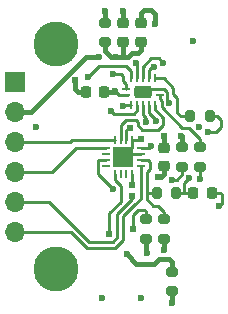
<source format=gbr>
%TF.GenerationSoftware,KiCad,Pcbnew,8.0.6-8.0.6-0~ubuntu24.04.1*%
%TF.CreationDate,2024-12-03T19:51:47-08:00*%
%TF.ProjectId,mag-encoder,6d61672d-656e-4636-9f64-65722e6b6963,4*%
%TF.SameCoordinates,Original*%
%TF.FileFunction,Copper,L4,Bot*%
%TF.FilePolarity,Positive*%
%FSLAX46Y46*%
G04 Gerber Fmt 4.6, Leading zero omitted, Abs format (unit mm)*
G04 Created by KiCad (PCBNEW 8.0.6-8.0.6-0~ubuntu24.04.1) date 2024-12-03 19:51:47*
%MOMM*%
%LPD*%
G01*
G04 APERTURE LIST*
G04 Aperture macros list*
%AMRoundRect*
0 Rectangle with rounded corners*
0 $1 Rounding radius*
0 $2 $3 $4 $5 $6 $7 $8 $9 X,Y pos of 4 corners*
0 Add a 4 corners polygon primitive as box body*
4,1,4,$2,$3,$4,$5,$6,$7,$8,$9,$2,$3,0*
0 Add four circle primitives for the rounded corners*
1,1,$1+$1,$2,$3*
1,1,$1+$1,$4,$5*
1,1,$1+$1,$6,$7*
1,1,$1+$1,$8,$9*
0 Add four rect primitives between the rounded corners*
20,1,$1+$1,$2,$3,$4,$5,0*
20,1,$1+$1,$4,$5,$6,$7,0*
20,1,$1+$1,$6,$7,$8,$9,0*
20,1,$1+$1,$8,$9,$2,$3,0*%
G04 Aperture macros list end*
%TA.AperFunction,ComponentPad*%
%ADD10C,3.810000*%
%TD*%
%TA.AperFunction,ComponentPad*%
%ADD11R,1.700000X1.700000*%
%TD*%
%TA.AperFunction,ComponentPad*%
%ADD12O,1.700000X1.700000*%
%TD*%
%TA.AperFunction,SMDPad,CuDef*%
%ADD13RoundRect,0.200000X-0.275000X0.200000X-0.275000X-0.200000X0.275000X-0.200000X0.275000X0.200000X0*%
%TD*%
%TA.AperFunction,SMDPad,CuDef*%
%ADD14RoundRect,0.225000X0.250000X-0.225000X0.250000X0.225000X-0.250000X0.225000X-0.250000X-0.225000X0*%
%TD*%
%TA.AperFunction,SMDPad,CuDef*%
%ADD15RoundRect,0.225000X-0.250000X0.225000X-0.250000X-0.225000X0.250000X-0.225000X0.250000X0.225000X0*%
%TD*%
%TA.AperFunction,SMDPad,CuDef*%
%ADD16RoundRect,0.050000X0.250000X0.075000X-0.250000X0.075000X-0.250000X-0.075000X0.250000X-0.075000X0*%
%TD*%
%TA.AperFunction,SMDPad,CuDef*%
%ADD17RoundRect,0.050000X-0.075000X0.250000X-0.075000X-0.250000X0.075000X-0.250000X0.075000X0.250000X0*%
%TD*%
%TA.AperFunction,SMDPad,CuDef*%
%ADD18RoundRect,0.200000X-0.550000X0.300000X-0.550000X-0.300000X0.550000X-0.300000X0.550000X0.300000X0*%
%TD*%
%TA.AperFunction,SMDPad,CuDef*%
%ADD19RoundRect,0.225000X0.225000X0.250000X-0.225000X0.250000X-0.225000X-0.250000X0.225000X-0.250000X0*%
%TD*%
%TA.AperFunction,SMDPad,CuDef*%
%ADD20RoundRect,0.200000X0.275000X-0.200000X0.275000X0.200000X-0.275000X0.200000X-0.275000X-0.200000X0*%
%TD*%
%TA.AperFunction,SMDPad,CuDef*%
%ADD21RoundRect,0.225000X-0.225000X-0.250000X0.225000X-0.250000X0.225000X0.250000X-0.225000X0.250000X0*%
%TD*%
%TA.AperFunction,SMDPad,CuDef*%
%ADD22RoundRect,0.200000X-0.200000X-0.275000X0.200000X-0.275000X0.200000X0.275000X-0.200000X0.275000X0*%
%TD*%
%TA.AperFunction,SMDPad,CuDef*%
%ADD23RoundRect,0.062500X-0.287500X-0.062500X0.287500X-0.062500X0.287500X0.062500X-0.287500X0.062500X0*%
%TD*%
%TA.AperFunction,SMDPad,CuDef*%
%ADD24RoundRect,0.062500X-0.062500X-0.287500X0.062500X-0.287500X0.062500X0.287500X-0.062500X0.287500X0*%
%TD*%
%TA.AperFunction,HeatsinkPad*%
%ADD25R,1.700000X1.700000*%
%TD*%
%TA.AperFunction,ViaPad*%
%ADD26C,0.600000*%
%TD*%
%TA.AperFunction,ViaPad*%
%ADD27C,0.609600*%
%TD*%
%TA.AperFunction,ViaPad*%
%ADD28C,0.500000*%
%TD*%
%TA.AperFunction,Conductor*%
%ADD29C,0.381000*%
%TD*%
%TA.AperFunction,Conductor*%
%ADD30C,0.254000*%
%TD*%
G04 APERTURE END LIST*
D10*
%TO.P,H1,*%
%TO.N,*%
X224840800Y-114046000D03*
%TD*%
D11*
%TO.P,J1,1,Pin_1*%
%TO.N,GND*%
X221411800Y-117221000D03*
D12*
%TO.P,J1,2,Pin_2*%
%TO.N,+3.3V*%
X221411800Y-119761000D03*
%TO.P,J1,3,Pin_3*%
%TO.N,/CS*%
X221411800Y-122301000D03*
%TO.P,J1,4,Pin_4*%
%TO.N,/MOSI*%
X221411800Y-124841000D03*
%TO.P,J1,5,Pin_5*%
%TO.N,/MISO*%
X221411800Y-127381000D03*
%TO.P,J1,6,Pin_6*%
%TO.N,/SCLK*%
X221411800Y-129921000D03*
%TD*%
D10*
%TO.P,H2,*%
%TO.N,*%
X224840800Y-133096000D03*
%TD*%
D13*
%TO.P,R3,1*%
%TO.N,Net-(R3-Pad1)*%
X235508800Y-122746000D03*
%TO.P,R3,2*%
%TO.N,/A*%
X235508800Y-124396000D03*
%TD*%
D14*
%TO.P,C2,1*%
%TO.N,+3.3V*%
X233984800Y-124346000D03*
%TO.P,C2,2*%
%TO.N,GND*%
X233984800Y-122796000D03*
%TD*%
D15*
%TO.P,C4,1*%
%TO.N,+5V*%
X230505000Y-112255000D03*
%TO.P,C4,2*%
%TO.N,GND*%
X230505000Y-113805000D03*
%TD*%
D16*
%TO.P,U2,1*%
%TO.N,Net-(C1-Pad1)*%
X230806800Y-117809200D03*
D17*
%TO.P,U2,2*%
%TO.N,Net-(U3-MGH)*%
X231206800Y-116909200D03*
%TO.P,U2,3*%
%TO.N,Net-(D3-K)*%
X231706800Y-116909200D03*
%TO.P,U2,4*%
%TO.N,Net-(U3-PWM)*%
X232206800Y-116909200D03*
%TO.P,U2,5*%
%TO.N,Net-(C1-Pad1)*%
X232706800Y-116909200D03*
%TO.P,U2,6*%
%TO.N,Net-(R1-Pad1)*%
X233206800Y-116909200D03*
D16*
%TO.P,U2,7,GND*%
%TO.N,GND*%
X233606800Y-117809200D03*
%TO.P,U2,8*%
%TO.N,Net-(R2-Pad1)*%
X233606800Y-118309200D03*
D17*
%TO.P,U2,9*%
%TO.N,Net-(U3-B)*%
X233206800Y-119209200D03*
%TO.P,U2,10*%
%TO.N,Net-(C1-Pad1)*%
X232706800Y-119209200D03*
%TO.P,U2,11*%
%TO.N,Net-(R3-Pad1)*%
X232206800Y-119209200D03*
%TO.P,U2,12*%
%TO.N,Net-(U3-A)*%
X231706800Y-119209200D03*
%TO.P,U2,13*%
%TO.N,Net-(C1-Pad1)*%
X231206800Y-119209200D03*
D16*
%TO.P,U2,14,VCC*%
%TO.N,+3.3V*%
X230806800Y-118309200D03*
D18*
%TO.P,U2,EP,GND*%
%TO.N,GND*%
X232206800Y-118059200D03*
%TD*%
D13*
%TO.P,R7,1*%
%TO.N,Net-(U3-MGH)*%
X232460800Y-128842000D03*
%TO.P,R7,2*%
%TO.N,Net-(D4-A)*%
X232460800Y-130492000D03*
%TD*%
D19*
%TO.P,C5,1*%
%TO.N,+3.3V*%
X228917800Y-118059200D03*
%TO.P,C5,2*%
%TO.N,GND*%
X227367800Y-118059200D03*
%TD*%
D20*
%TO.P,R5,1*%
%TO.N,+3.3V*%
X234696000Y-134937000D03*
%TO.P,R5,2*%
%TO.N,Net-(D3-A)*%
X234696000Y-133287000D03*
%TD*%
D13*
%TO.P,R2,1*%
%TO.N,Net-(R2-Pad1)*%
X237032800Y-122746000D03*
%TO.P,R2,2*%
%TO.N,/B*%
X237032800Y-124396000D03*
%TD*%
D21*
%TO.P,C1,1*%
%TO.N,Net-(C1-Pad1)*%
X236461000Y-126619000D03*
%TO.P,C1,2*%
%TO.N,GND*%
X238011000Y-126619000D03*
%TD*%
D22*
%TO.P,R1,1*%
%TO.N,Net-(R1-Pad1)*%
X236207800Y-120142000D03*
%TO.P,R1,2*%
%TO.N,/PWM*%
X237857800Y-120142000D03*
%TD*%
%TO.P,R4,1*%
%TO.N,Net-(U3-MGL)*%
X233363000Y-126619000D03*
%TO.P,R4,2*%
%TO.N,Net-(C1-Pad1)*%
X235013000Y-126619000D03*
%TD*%
D15*
%TO.P,C3,1*%
%TO.N,+3.3V*%
X232029000Y-112255000D03*
%TO.P,C3,2*%
%TO.N,GND*%
X232029000Y-113805000D03*
%TD*%
D23*
%TO.P,U3,1,SSD*%
%TO.N,unconnected-(U3-SSD-Pad1)*%
X229105800Y-124309000D03*
%TO.P,U3,2,A*%
%TO.N,Net-(U3-A)*%
X229105800Y-123809000D03*
%TO.P,U3,3,Z*%
%TO.N,unconnected-(U3-Z-Pad3)*%
X229105800Y-123309000D03*
%TO.P,U3,4,MOSI*%
%TO.N,/MOSI*%
X229105800Y-122809000D03*
D24*
%TO.P,U3,5,CS*%
%TO.N,/CS*%
X229805800Y-122121000D03*
%TO.P,U3,6,B*%
%TO.N,Net-(U3-B)*%
X230305800Y-122121000D03*
%TO.P,U3,7,MISO*%
%TO.N,/MISO*%
X230805800Y-122121000D03*
%TO.P,U3,8,GND*%
%TO.N,GND*%
X231305800Y-122121000D03*
D23*
%TO.P,U3,9,PWM*%
%TO.N,Net-(U3-PWM)*%
X232005800Y-122821000D03*
%TO.P,U3,10,TEST*%
%TO.N,GND*%
X232005800Y-123321000D03*
%TO.P,U3,11,MGL*%
%TO.N,Net-(U3-MGL)*%
X232005800Y-123821000D03*
%TO.P,U3,12,SCLK*%
%TO.N,/SCLK*%
X232005800Y-124321000D03*
D24*
%TO.P,U3,13,VDD*%
%TO.N,+3.3V*%
X231305800Y-125021000D03*
%TO.P,U3,14,NC*%
%TO.N,unconnected-(U3-NC-Pad14)*%
X230805800Y-125021000D03*
%TO.P,U3,15,SSCK*%
%TO.N,unconnected-(U3-SSCK-Pad15)*%
X230305800Y-125021000D03*
%TO.P,U3,16,MGH*%
%TO.N,Net-(U3-MGH)*%
X229805800Y-125021000D03*
D25*
%TO.P,U3,17,EP*%
%TO.N,GND*%
X230555800Y-123571000D03*
%TD*%
D13*
%TO.P,R6,1*%
%TO.N,Net-(U3-MGL)*%
X233984800Y-128842000D03*
%TO.P,R6,2*%
%TO.N,Net-(D2-A)*%
X233984800Y-130492000D03*
%TD*%
%TO.P,R8,1*%
%TO.N,Net-(D1-K)*%
X228981000Y-112205000D03*
%TO.P,R8,2*%
%TO.N,GND*%
X228981000Y-113855000D03*
%TD*%
D26*
%TO.N,+3.3V*%
X234696000Y-135939583D03*
X233248200Y-112344200D03*
D27*
X233464100Y-125260100D03*
X231317800Y-125984000D03*
D26*
X229857300Y-118021100D03*
X228463539Y-115122261D03*
%TO.N,GND*%
X229946200Y-115112800D03*
D27*
X226466400Y-117068600D03*
X232003600Y-122097800D03*
D26*
X228701600Y-135509000D03*
X234443344Y-118992046D03*
D28*
X232706800Y-118059200D03*
D26*
X232029000Y-135509000D03*
D28*
X231706800Y-118059200D03*
D26*
X238658400Y-127762000D03*
D27*
X233984800Y-121793000D03*
D26*
%TO.N,+5V*%
X230530400Y-111226600D03*
%TO.N,Net-(D4-A)*%
X232511600Y-131724400D03*
%TO.N,Net-(D1-K)*%
X228981000Y-111226600D03*
%TO.N,Net-(D3-A)*%
X230835200Y-131826000D03*
%TO.N,+5V_IN*%
X236474000Y-113792000D03*
X223139000Y-121031000D03*
%TO.N,Net-(C1-Pad1)*%
X229692200Y-116586000D03*
X233150883Y-115950999D03*
X233274839Y-120568637D03*
X230505000Y-119257800D03*
X236082570Y-125386858D03*
%TO.N,/A*%
X234645200Y-125501400D03*
%TO.N,/B*%
X237032800Y-125425200D03*
%TO.N,/PWM*%
X237744000Y-121437400D03*
%TO.N,Net-(D2-A)*%
X233984800Y-131449800D03*
%TO.N,Net-(D3-K)*%
X231622600Y-115595400D03*
D27*
%TO.N,Net-(U3-MGH)*%
X229368646Y-130086100D03*
D26*
X227545900Y-116776500D03*
D27*
X231343200Y-129692400D03*
%TO.N,/MISO*%
X231123451Y-121098347D03*
X231278250Y-126904864D03*
D26*
%TO.N,Net-(U3-A)*%
X229539800Y-119710200D03*
X229694099Y-126321418D03*
%TO.N,Net-(U3-PWM)*%
X232909286Y-122614514D03*
X236971960Y-121066440D03*
X233920500Y-115611177D03*
%TO.N,Net-(R3-Pad1)*%
X235458000Y-121793000D03*
X232435400Y-120624600D03*
%TD*%
D29*
%TO.N,+3.3V*%
X234696000Y-135939583D02*
X234696000Y-134937000D01*
X232283000Y-111150400D02*
X232029000Y-111404400D01*
D30*
X230145400Y-118309200D02*
X230933800Y-118309200D01*
D29*
X233768900Y-125260100D02*
X233984800Y-125044200D01*
X228463539Y-115122261D02*
X227371029Y-115122261D01*
X233248200Y-112344200D02*
X233248200Y-111506000D01*
D30*
X229857300Y-118021100D02*
X230145400Y-118309200D01*
D29*
X232892600Y-111150400D02*
X232283000Y-111150400D01*
X227371029Y-115122261D02*
X222732290Y-119761000D01*
X232029000Y-111404400D02*
X232029000Y-112255000D01*
X228917800Y-118059200D02*
X229819200Y-118059200D01*
X233464100Y-125260100D02*
X233768900Y-125260100D01*
D30*
X231305800Y-125021000D02*
X231305800Y-125972000D01*
D29*
X233248200Y-111506000D02*
X232892600Y-111150400D01*
X229819200Y-118059200D02*
X229857300Y-118021100D01*
X222732290Y-119761000D02*
X221411800Y-119761000D01*
X233984800Y-125044200D02*
X233984800Y-124346000D01*
D30*
X231305800Y-125972000D02*
X231317800Y-125984000D01*
%TO.N,GND*%
X234443344Y-118992046D02*
X234275100Y-118823802D01*
D29*
X226466400Y-117856000D02*
X226466400Y-117068600D01*
X229946200Y-115112800D02*
X230936800Y-115112800D01*
D30*
X231308000Y-122123200D02*
X231978200Y-122123200D01*
X231305800Y-122121000D02*
X231305800Y-122560024D01*
X234024752Y-117809200D02*
X233606800Y-117809200D01*
X231287500Y-122578324D02*
X231287500Y-122839300D01*
X231305800Y-122121000D02*
X231308000Y-122123200D01*
X238760000Y-126619000D02*
X238011000Y-126619000D01*
D29*
X228981000Y-114604800D02*
X228981000Y-113855000D01*
D30*
X231978200Y-122123200D02*
X232003600Y-122097800D01*
D29*
X229489000Y-115112800D02*
X228981000Y-114604800D01*
X229946200Y-115112800D02*
X230479600Y-115112800D01*
D30*
X232005800Y-123321000D02*
X230805800Y-123321000D01*
X234275100Y-118823802D02*
X234275100Y-118059548D01*
D29*
X232029000Y-114554000D02*
X232029000Y-113805000D01*
D30*
X238658400Y-127762000D02*
X238861600Y-127558800D01*
X233606800Y-117809200D02*
X232456800Y-117809200D01*
X231305800Y-122560024D02*
X231287500Y-122578324D01*
X232456800Y-117809200D02*
X232206800Y-118059200D01*
D29*
X227367800Y-118059200D02*
X226669600Y-118059200D01*
X231267000Y-114782600D02*
X231800400Y-114782600D01*
D30*
X230805800Y-123321000D02*
X230555800Y-123571000D01*
D29*
X230936800Y-115112800D02*
X231267000Y-114782600D01*
X229946200Y-115112800D02*
X229489000Y-115112800D01*
D30*
X231287500Y-122839300D02*
X230555800Y-123571000D01*
D29*
X231800400Y-114782600D02*
X232029000Y-114554000D01*
D30*
X238861600Y-126720600D02*
X238760000Y-126619000D01*
X234275100Y-118059548D02*
X234024752Y-117809200D01*
D29*
X230505000Y-115087400D02*
X230505000Y-113805000D01*
D30*
X238861600Y-127558800D02*
X238861600Y-126720600D01*
D29*
X226669600Y-118059200D02*
X226466400Y-117856000D01*
X230479600Y-115112800D02*
X230505000Y-115087400D01*
X233984800Y-122796000D02*
X233984800Y-121793000D01*
%TO.N,+5V*%
X230505000Y-112255000D02*
X230505000Y-111252000D01*
X230505000Y-111252000D02*
X230530400Y-111226600D01*
%TO.N,Net-(D4-A)*%
X232460800Y-131673600D02*
X232460800Y-130492000D01*
X232511600Y-131724400D02*
X232460800Y-131673600D01*
%TO.N,Net-(D1-K)*%
X228981000Y-111226600D02*
X228981000Y-112205000D01*
%TO.N,Net-(D3-A)*%
X230835200Y-131826000D02*
X231648000Y-132638800D01*
X233140122Y-132638800D02*
X233597322Y-132181600D01*
X234416600Y-132181600D02*
X234696000Y-132461000D01*
X234696000Y-132461000D02*
X234696000Y-133287000D01*
X233597322Y-132181600D02*
X234416600Y-132181600D01*
X231648000Y-132638800D02*
X233140122Y-132638800D01*
D30*
%TO.N,Net-(C1-Pad1)*%
X230505000Y-119257800D02*
X230553600Y-119209200D01*
X233150883Y-115950999D02*
X232943401Y-115950999D01*
X232943401Y-115950999D02*
X232706800Y-116187600D01*
X232706800Y-119839940D02*
X233274839Y-120407979D01*
X230555800Y-117176152D02*
X230809800Y-117430152D01*
X232706800Y-119209200D02*
X232706800Y-119839940D01*
X230809800Y-117430152D02*
X230809800Y-117806200D01*
X230378000Y-116586000D02*
X230555800Y-116763800D01*
X229692200Y-116586000D02*
X230378000Y-116586000D01*
X235712000Y-125757428D02*
X236082570Y-125386858D01*
X235635800Y-126619000D02*
X236461000Y-126619000D01*
X230553600Y-119209200D02*
X231206800Y-119209200D01*
X230555800Y-116763800D02*
X230555800Y-117176152D01*
X230809800Y-117806200D02*
X230806800Y-117809200D01*
X235712000Y-126542800D02*
X235712000Y-125757428D01*
X232706800Y-116187600D02*
X232706800Y-116909200D01*
X233274839Y-120407979D02*
X233274839Y-120568637D01*
X235013000Y-126619000D02*
X235635800Y-126619000D01*
X235635800Y-126619000D02*
X235712000Y-126542800D01*
%TO.N,/A*%
X234645200Y-125501400D02*
X235051600Y-125501400D01*
X235051600Y-125501400D02*
X235508800Y-125044200D01*
X235508800Y-125044200D02*
X235508800Y-124396000D01*
%TO.N,/B*%
X237032800Y-125425200D02*
X237032800Y-124396000D01*
%TO.N,/PWM*%
X238785400Y-121056400D02*
X238785400Y-120421400D01*
X237744000Y-121437400D02*
X238404400Y-121437400D01*
X238506000Y-120142000D02*
X237857800Y-120142000D01*
X238404400Y-121437400D02*
X238785400Y-121056400D01*
X238785400Y-120421400D02*
X238506000Y-120142000D01*
D29*
%TO.N,Net-(D2-A)*%
X233984800Y-131449800D02*
X233984800Y-130492000D01*
D30*
%TO.N,Net-(R2-Pad1)*%
X235534200Y-121107200D02*
X236067600Y-121107200D01*
X236067600Y-121107200D02*
X237032800Y-122072400D01*
X237032800Y-122072400D02*
X237032800Y-122746000D01*
X233775044Y-119348044D02*
X235534200Y-121107200D01*
X233606800Y-118691248D02*
X233775044Y-118859492D01*
X233775044Y-118859492D02*
X233775044Y-119348044D01*
X233606800Y-118309200D02*
X233606800Y-118691248D01*
%TO.N,Net-(D3-K)*%
X231706800Y-115679600D02*
X231706800Y-116909200D01*
X231622600Y-115595400D02*
X231706800Y-115679600D01*
%TO.N,Net-(R1-Pad1)*%
X233206800Y-116909200D02*
X233952212Y-116909200D01*
X234770400Y-118249961D02*
X235127800Y-118607361D01*
X235407200Y-120142000D02*
X236207800Y-120142000D01*
X234770400Y-117727388D02*
X234770400Y-118249961D01*
X235127800Y-118607361D02*
X235127800Y-119862600D01*
X233952212Y-116909200D02*
X234770400Y-117727388D01*
X235127800Y-119862600D02*
X235407200Y-120142000D01*
%TO.N,Net-(U3-MGL)*%
X232609200Y-123821000D02*
X232791000Y-124002800D01*
X233363000Y-126619000D02*
X232511600Y-126619000D01*
X232791000Y-124002800D02*
X232791000Y-124637800D01*
X232511600Y-124917200D02*
X232562400Y-124866400D01*
X232511600Y-126619000D02*
X232511600Y-124917200D01*
X233984800Y-128842000D02*
X233984800Y-128219200D01*
X232791000Y-124637800D02*
X232562400Y-124866400D01*
X233070400Y-127711200D02*
X232511600Y-127152400D01*
X233476800Y-127711200D02*
X233070400Y-127711200D01*
X232511600Y-127152400D02*
X232511600Y-126619000D01*
X232005800Y-123821000D02*
X232609200Y-123821000D01*
X233984800Y-128219200D02*
X233476800Y-127711200D01*
%TO.N,Net-(U3-MGH)*%
X229805800Y-125488000D02*
X229805800Y-125021000D01*
X230362400Y-127367280D02*
X230362400Y-126044600D01*
X231206800Y-116297200D02*
X231206800Y-116909200D01*
X232460800Y-128193800D02*
X232460800Y-128842000D01*
X228454265Y-115868135D02*
X230777735Y-115868135D01*
X230362400Y-126044600D02*
X229805800Y-125488000D01*
X229805800Y-125021000D02*
X229805800Y-125300595D01*
X229368646Y-128361034D02*
X230362400Y-127367280D01*
X229368646Y-130086100D02*
X229368646Y-128361034D01*
X231343200Y-128492282D02*
X231794082Y-128041400D01*
X230777735Y-115868135D02*
X231206800Y-116297200D01*
X232308400Y-128041400D02*
X232460800Y-128193800D01*
X227545900Y-116776500D02*
X228454265Y-115868135D01*
X231794082Y-128041400D02*
X232308400Y-128041400D01*
X231343200Y-129692400D02*
X231343200Y-128492282D01*
%TO.N,Net-(U3-B)*%
X230305800Y-122121000D02*
X230305800Y-120900000D01*
X231583908Y-120421400D02*
X231767100Y-120604592D01*
X233206800Y-119555479D02*
X233206800Y-119209200D01*
X233943139Y-120845456D02*
X233943139Y-120291818D01*
X232158581Y-121292900D02*
X233495695Y-121292900D01*
X233495695Y-121292900D02*
X233943139Y-120845456D01*
X230305800Y-120900000D02*
X230784400Y-120421400D01*
X230784400Y-120421400D02*
X231583908Y-120421400D01*
X231767100Y-120604592D02*
X231767100Y-120901419D01*
X233943139Y-120291818D02*
X233206800Y-119555479D01*
X231767100Y-120901419D02*
X232158581Y-121292900D01*
%TO.N,/MISO*%
X231278250Y-126904864D02*
X231278250Y-127151890D01*
X230041746Y-130364908D02*
X229647454Y-130759200D01*
X229647454Y-130759200D02*
X227649460Y-130759200D01*
X230805800Y-121314400D02*
X230805800Y-122121000D01*
X231123451Y-121098347D02*
X231021853Y-121098347D01*
X227649460Y-130759200D02*
X224271260Y-127381000D01*
X231021853Y-121098347D02*
X230805800Y-121314400D01*
X230041746Y-128388394D02*
X230041746Y-130364908D01*
X231278250Y-127151890D02*
X230041746Y-128388394D01*
X224271260Y-127381000D02*
X221411800Y-127381000D01*
%TO.N,Net-(U3-A)*%
X228387500Y-125014819D02*
X228387500Y-123818300D01*
X229755700Y-119926100D02*
X231407852Y-119926100D01*
X229694099Y-126321418D02*
X228387500Y-125014819D01*
X228387500Y-123818300D02*
X228396800Y-123809000D01*
X231407852Y-119926100D02*
X231706800Y-119627152D01*
X229539800Y-119710200D02*
X229755700Y-119926100D01*
X231706800Y-119627152D02*
X231706800Y-119209200D01*
X228396800Y-123809000D02*
X229105800Y-123809000D01*
%TO.N,Net-(U3-PWM)*%
X232702800Y-122821000D02*
X232909286Y-122614514D01*
X233546023Y-115236700D02*
X232920063Y-115236700D01*
X232206800Y-115949963D02*
X232206800Y-116909200D01*
X232005800Y-122821000D02*
X232702800Y-122821000D01*
X233920500Y-115611177D02*
X233546023Y-115236700D01*
X232920063Y-115236700D02*
X232206800Y-115949963D01*
%TO.N,/CS*%
X226009200Y-122301000D02*
X226189200Y-122121000D01*
X221411800Y-122301000D02*
X226009200Y-122301000D01*
X226189200Y-122121000D02*
X229805800Y-122121000D01*
%TO.N,/MOSI*%
X229105800Y-122809000D02*
X226568000Y-122809000D01*
X226568000Y-122809000D02*
X224536000Y-124841000D01*
X224536000Y-124841000D02*
X221411800Y-124841000D01*
%TO.N,/SCLK*%
X229839914Y-131267200D02*
X230537046Y-130570068D01*
X232005800Y-127129222D02*
X232005800Y-124321000D01*
X230537046Y-128593554D02*
X231552636Y-127577964D01*
X231552636Y-127577964D02*
X231557058Y-127577964D01*
X221411800Y-129921000D02*
X226110800Y-129921000D01*
X226110800Y-129921000D02*
X227457000Y-131267200D01*
X227457000Y-131267200D02*
X229839914Y-131267200D01*
X231557058Y-127577964D02*
X232005800Y-127129222D01*
X230537046Y-130570068D02*
X230537046Y-128593554D01*
D29*
%TO.N,Net-(R3-Pad1)*%
X235508800Y-122746000D02*
X235508800Y-121843800D01*
D30*
X232435400Y-120269000D02*
X232206800Y-120040400D01*
D29*
X235508800Y-121843800D02*
X235458000Y-121793000D01*
D30*
X232435400Y-120624600D02*
X232435400Y-120269000D01*
X232206800Y-120040400D02*
X232206800Y-119209200D01*
%TD*%
M02*

</source>
